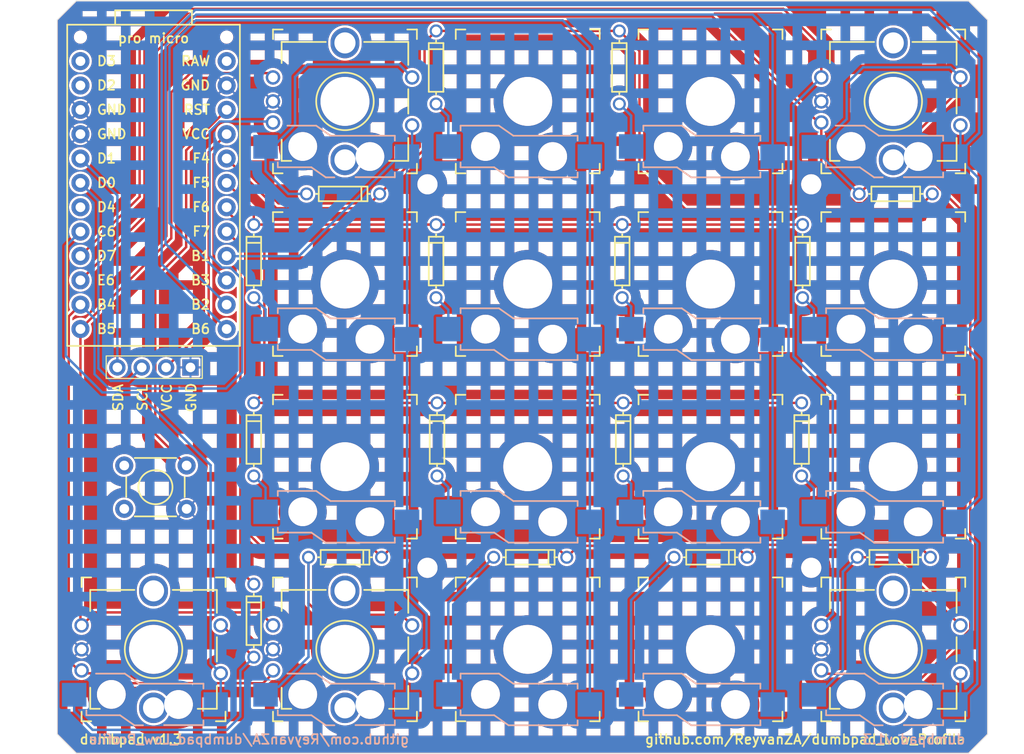
<source format=kicad_pcb>
(kicad_pcb (version 20241229) (generator "pcbnew") (generator_version "9.0")
  (layers (0 "F.Cu" signal) (2 "B.Cu" signal) (13 "F.Paste" user) (15 "B.Paste" user) (5 "F.SilkS" user "F.Silkscreen") (7 "B.SilkS" user "B.Silkscreen") (1 "F.Mask" user) (3 "B.Mask" user) (25 "Edge.Cuts" user))
  (net 0 "")
  (net 1 "GND")
  (net 2 "VCC")
  (net 3 "/NC{slash}TX{slash}D3")
  (net 4 "/NC{slash}RX{slash}D2")
  (net 5 "/ENCODER1_L1")
  (net 6 "/ENCODER1_L0")
  (net 7 "/ENCODER0_L1")
  (net 8 "/COL0")
  (net 9 "/COL1")
  (net 10 "/COL2")
  (net 11 "/COL3")
  (net 12 "/COL4")
  (net 13 "/ENCODER0_L0")
  (net 14 "/ROW3")
  (net 15 "/ROW2")
  (net 16 "/ROW1")
  (net 17 "/ROW0")
  (net 18 "/RESET")
  (net 19 "/RAW")
  (net 20 "Net-(D1-PadA)")
  (net 21 "Net-(D4-PadA)")
  (net 22 "Net-(D13-PadA)")
  (net 23 "Net-(D16-PadA)")
  (net 24 "Net-(D20-PadA)")
  (net 25 "SCL")
  (net 26 "SDA")
  (net 28 "Net-(S2-1)")
  (net 29 "Net-(S3-1)")
  (net 30 "Net-(S5-1)")
  (net 31 "Net-(S6-1)")
  (net 32 "Net-(S7-1)")
  (net 33 "Net-(S8-1)")
  (net 34 "Net-(S9-1)")
  (net 35 "Net-(S10-1)")
  (net 36 "Net-(S11-1)")
  (net 37 "Net-(S12-1)")
  (net 38 "Net-(S14-1)")
  (net 39 "Net-(S15-1)")
  (footprint "dumbpad:CHERRY-GATERON-ENCODER" (layer "F.Cu") (at 130.0011 76.2536)
    (property "Reference" "RE_0_1" (hide yes))
    (property "Value" "Val**" (hide yes))
  )
  (footprint "Gateron:Gateron_Low_Profile_Socket" (layer "F.Cu") (at 187.1511 114.3536)
    (property "Reference" "S12" (hide yes))
    (property "Value" "Gateron:Gateron_Low_Profile_Socket")
  )
  (footprint "dumbpad:CHERRY-GATERON-ENCODER" (layer "F.Cu") (at 187.1511 133.4036)
    (property "Reference" "RE_3_4" (hide yes))
    (property "Value" "Val**" (hide yes))
  )
  (footprint "Gateron:Gateron_Low_Profile_Socket" (layer "F.Cu") (at 130.0011 114.3536)
    (property "Reference" "S9" (hide yes))
    (property "Value" "Gateron:Gateron_Low_Profile_Socket")
  )
  (footprint "MountingHole:MountingHole_2.1mm" (layer "F.Cu") (at 178.6 84.9)
    (property "Reference" "MH2")
    (property "Value" "MountingHole_2.1mm")
  )
  (footprint "dumbpad:DO-1N4148" (layer "F.Cu") (at 139.5 72.71 90)
    (property "Reference" "D2" (hide yes))
    (property "Value" "DIODEDO-1N4148" (hide yes))
  )
  (footprint "Gateron:Gateron_Low_Profile_Socket" (layer "F.Cu") (at 149.0511 133.4036)
    (property "Reference" "S14" (hide yes))
    (property "Value" "Gateron:Gateron_Low_Profile_Socket")
  )
  (footprint "MountingHole:MountingHole_2.1mm" (layer "F.Cu") (at 178.6 124.9)
    (property "Reference" "MH4")
    (property "Value" "MountingHole_2.1mm")
  )
  (footprint "dumbpad:CHERRY-GATERON-ENCODER" (layer "F.Cu") (at 187.1511 76.2536)
    (property "Reference" "RE_0_4" (hide yes))
    (property "Value" "Val**" (hide yes))
  )
  (footprint "dumbpad:DO-1N4148" (layer "F.Cu") (at 158.6 72.71 90)
    (property "Reference" "D3" (hide yes))
    (property "Value" "DIODEDO-1N4148" (hide yes))
  )
  (footprint "Gateron:Gateron_Low_Profile_Socket" (layer "F.Cu") (at 168.1011 133.4036)
    (property "Reference" "S15" (hide yes))
    (property "Value" "Gateron:Gateron_Low_Profile_Socket")
  )
  (footprint "dumbpad:DO-1N4148" (layer "F.Cu") (at 129.81 85.9)
    (property "Reference" "D1" (hide yes))
    (property "Value" "DIODEDO-1N4148" (hide yes))
  )
  (footprint "dumbpad:DO-1N4148" (layer "F.Cu") (at 187.41 85.9)
    (property "Reference" "D4" (hide yes))
    (property "Value" "DIODEDO-1N4148" (hide yes))
  )
  (footprint "dumbpad:DO-1N4148" (layer "F.Cu") (at 149.31 123.8)
    (property "Reference" "D14" (hide yes))
    (property "Value" "DIODEDO-1N4148" (hide yes))
  )
  (footprint "dumbpad:TACTILE_SWITCH_PTH_6.0MM" (layer "F.Cu") (at 110.2488 116.4894 180)
    (property "Reference" "S17" (hide yes))
    (property "Value" "MOMENTARY-SWITCH-SPST-PTH-6.0MM" (hide yes))
  )
  (footprint "dumbpad:DO-1N4148" (layer "F.Cu") (at 120.5 130.41 90)
    (property "Reference" "D20" (hide yes))
    (property "Value" "DIODEDO-1N4148" (hide yes))
  )
  (footprint "dumbpad:OLED" (layer "F.Cu") (at 104.1 105.6 90)
    (property "Reference" "J1" (hide yes))
    (property "Value" "Conn_01x04_Female" (hide yes))
  )
  (footprint "MountingHole:ToolingHole_1.152mm" (layer "F.Cu") (at 102.4311 69.55)
    (property "Reference" "REF**" (hide yes))
    (property "Value" "ToolingHole_1.152mm")
  )
  (footprint "dumbpad:CHERRY-GATERON-ENCODER" (layer "F.Cu") (at 130.0011 133.4036)
    (property "Reference" "RE_3_1" (hide yes))
    (property "Value" "Val**" (hide yes))
  )
  (footprint "dumbpad:DO-1N4148" (layer "F.Cu") (at 120.5 92.91 90)
    (property "Reference" "D5" (hide yes))
    (property "Value" "DIODEDO-1N4148" (hide yes))
  )
  (footprint "dumbpad:DO-1N4148" (layer "F.Cu") (at 187.21 123.8)
    (property "Reference" "D16" (hide yes))
    (property "Value" "DIODEDO-1N4148" (hide yes))
  )
  (footprint "dumbpad:DO-1N4148" (layer "F.Cu") (at 120.5 111.51 90)
    (property "Reference" "D9" (hide yes))
    (property "Value" "DIODEDO-1N4148" (hide yes))
  )
  (footprint "dumbpad:DO-1N4148" (layer "F.Cu") (at 168.11 123.8)
    (property "Reference" "D15" (hide yes))
    (property "Value" "DIODEDO-1N4148" (hide yes))
  )
  (footprint "Gateron:Gateron_Low_Profile_Socket" (layer "F.Cu") (at 149.0511 114.3536)
    (property "Reference" "S10" (hide yes))
    (property "Value" "Gateron:Gateron_Low_Profile_Socket")
  )
  (footprint "Gateron:Gateron_Low_Profile_Socket" (layer "F.Cu") (at 168.1011 95.3036)
    (property "Reference" "S7" (hide yes))
    (property "Value" "Gateron:Gateron_Low_Profile_Socket")
  )
  (footprint "Gateron:Gateron_Low_Profile_Socket" (layer "F.Cu") (at 130.0011 95.3036)
    (property "Reference" "S5" (hide yes))
    (property "Value" "Gateron:Gateron_Low_Profile_Socket")
  )
  (footprint "MountingHole:ToolingHole_1.152mm" (layer "F.Cu") (at 117.6711 69.55)
    (property "Reference" "REF**" (hide yes))
    (property "Value" "ToolingHole_1.152mm")
  )
  (footprint "dumbpad:DO-1N4148" (layer "F.Cu") (at 177.6 111.51 90)
    (property "Reference" "D12" (hide yes))
    (property "Value" "DIODEDO-1N4148" (hide yes))
  )
  (footprint "Gateron:Gateron_Low_Profile_Socket" (layer "F.Cu") (at 168.1011 114.3536)
    (property "Reference" "S11" (hide yes))
    (property "Value" "Gateron:Gateron_Low_Profile_Socket")
  )
  (footprint "dumbpad:DO-1N4148" (layer "F.Cu") (at 139.6 111.51 90)
    (property "Reference" "D10" (hide yes))
    (property "Value" "DIODEDO-1N4148" (hide yes))
  )
  (footprint "MountingHole:MountingHole_2.1mm" (layer "F.Cu") (at 138.6 84.9)
    (property "Reference" "MH1")
    (property "Value" "MountingHole_2.1mm")
  )
  (footprint "Gateron:Gateron_Low_Profile_Socket" (layer "F.Cu") (at 187.1511 95.3036)
    (property "Reference" "S8" (hide yes))
    (property "Value" "Gateron:Gateron_Low_Profile_Socket")
  )
  (footprint "dumbpad:DO-1N4148" (layer "F.Cu") (at 159 111.51 90)
    (property "Reference" "D11" (hide yes))
    (property "Value" "DIODEDO-1N4148" (hide yes))
  )
  (footprint "Gateron:Gateron_Low_Profile_Socket" (layer "F.Cu") (at 149.0511 95.3036)
    (property "Reference" "S6" (hide yes))
    (property "Value" "Gateron:Gateron_Low_Profile_Socket")
  )
  (footprint "MountingHole:MountingHole_2.1mm" (layer "F.Cu") (at 138.6 124.9)
    (property "Reference" "MH3")
    (property "Value" "MountingHole_2.1mm")
  )
  (footprint "dumbpad:DO-1N4148" (layer "F.Cu") (at 130.01 123.8)
    (property "Reference" "D13" (hide yes))
    (property "Value" "DIODEDO-1N4148" (hide yes))
  )
  (footprint "dumbpad:SPARKFUN_PRO_MICRO" (layer "F.Cu") (at 110.0511 84.7536)
    (property "Reference" "B1" (hide yes))
    (property "Value" "SPARKFUN_PRO_MICRO" (hide yes))
  )
  (footprint "dumbpad:DO-1N4148" (layer "F.Cu") (at 139.5 92.91 90)
    (property "Reference" "D6" (hide yes))
    (property "Value" "DIODEDO-1N4148" (hide yes))
  )
  (footprint "Gateron:Gateron_Low_Profile_Socket" (layer "F.Cu") (at 168.1011 76.2536)
    (property "Reference" "S3" (hide yes))
    (property "Value" "Gateron:Gateron_Low_Profile_Socket")
  )
  (footprint "dumbpad:DO-1N4148" (layer "F.Cu") (at 158.9 92.91 90)
    (property "Reference" "D7" (hide yes))
    (property "Value" "DIODEDO-1N4148" (hide yes))
  )
  (footprint "Gateron:Gateron_Low_Profile_Socket" (layer "F.Cu") (at 149.0511 76.2536)
    (property "Reference" "S2" (hide yes))
    (property "Value" "Gateron:Gateron_Low_Profile_Socket")
  )
  (footprint "dumbpad:DO-1N4148" (layer "F.Cu") (at 177.7 92.91 90)
    (property "Reference" "D8" (hide yes))
    (property "Value" "DIODEDO-1N4148" (hide yes))
  )
  (footprint "dumbpad:CHERRY-GATERON-ENCODER" (layer "F.Cu") (at 110.0511 133.4036)
    (property "Reference" "RE_3_0" (hide yes))
    (property "Value" "Val**" (hide yes))
  )
  (gr_line (start 101.0511 68.2536) (end 106.0511 68.2536) (stroke (width 0.18)) (layer "F.SilkS"))
  (gr_line (start 106.0511 66.7536) (end 114.0511 66.7536) (stroke (width 0.18)) (layer "F.SilkS"))
  (gr_line (start 114.0511 68.2536) (end 119.0511 68.2536) (stroke (width 0.18)) (layer "F.SilkS"))
  (gr_line (start 119.0511 101.7536) (end 101.0511 101.7536) (stroke (width 0.18)) (layer "F.SilkS"))
  (gr_line (start 119.0511 68.2536) (end 119.0511 101.7536) (stroke (width 0.18)) (layer "F.SilkS"))
  (gr_line (start 114.0511 66.7536) (end 114.0511 68.2536) (stroke (width 0.18)) (layer "F.SilkS"))
  (gr_line (start 106.0511 68.2536) (end 106.0511 66.7536) (stroke (width 0.18)) (layer "F.SilkS"))
  (gr_line (start 106.0511 68.2536) (end 114.0511 68.2536) (stroke (width 0.18)) (layer "F.SilkS"))
  (gr_line (start 101.0511 101.7536) (end 101.0511 68.2536) (stroke (width 0.18)) (layer "F.SilkS"))
  (gr_line (start 197.0011 67.7536) (end 195.0011 65.7536) (stroke (width 0.05)) (layer "Edge.Cuts"))
  (gr_line (start 102.0011 65.7536) (end 100.0011 67.7536) (stroke (width 0.05)) (layer "Edge.Cuts"))
  (gr_line (start 195.0011 144.2536) (end 197.0011 142.2536) (stroke (width 0.05)) (layer "Edge.Cuts"))
  (gr_line (start 195.0011 65.7536) (end 102.0011 65.7536) (stroke (width 0.05)) (layer "Edge.Cuts"))
  (gr_line (start 197.0011 142.2536) (end 197.0011 67.7536) (stroke (width 0.05)) (layer "Edge.Cuts"))
  (gr_line (start 100.0011 142.2536) (end 102.0011 144.2536) (stroke (width 0.05)) (layer "Edge.Cuts"))
  (gr_line (start 102.0011 144.2536) (end 195.0011 144.2536) (stroke (width 0.05)) (layer "Edge.Cuts"))
  (gr_line (start 100.0011 67.7536) (end 100.0011 142.2536) (stroke (width 0.05)) (layer "Edge.Cuts"))
  (gr_text "dumbpad v1.3" (at 102.2511 143.3786 0) (layer "F.SilkS") (effects (font (size 1 1) (thickness 0.18)) (justify left bottom)))
  (gr_text "D7" (at 104.0511 92.3636 0) (layer "F.SilkS") (effects (font (size 1 1) (thickness 0.18)) (justify left)))
  (gr_text "GND" (at 104.0511 79.6636 0) (layer "F.SilkS") (effects (font (size 1 1) (thickness 0.18)) (justify left)))
  (gr_text "C6" (at 104.0511 89.8236 0) (layer "F.SilkS") (effects (font (size 1 1) (thickness 0.18)) (justify left)))
  (gr_text "F7" (at 116.0511 89.8236 0) (layer "F.SilkS") (effects (font (size 1 1) (thickness 0.18)) (justify right)))
  (gr_text "B6" (at 116.0511 99.9836 0) (layer "F.SilkS") (effects (font (size 1 1) (thickness 0.18)) (justify right)))
  (gr_text "D1" (at 104.0511 82.2036 0) (layer "F.SilkS") (effects (font (size 1 1) (thickness 0.18)) (justify left)))
  (gr_text "B1" (at 116.0511 92.3636 0) (layer "F.SilkS") (effects (font (size 1 1) (thickness 0.18)) (justify right)))
  (gr_text "B2" (at 116.0511 97.4436 0) (layer "F.SilkS") (effects (font (size 1 1) (thickness 0.18)) (justify right)))
  (gr_text "D2" (at 104.0511 74.5836 0) (layer "F.SilkS") (effects (font (size 1 1) (thickness 0.18)) (justify left)))
  (gr_text "D4" (at 104.0511 87.2836 0) (layer "F.SilkS") (effects (font (size 1 1) (thickness 0.18)) (justify left)))
  (gr_text "F6" (at 116.0511 87.2836 0) (layer "F.SilkS") (effects (font (size 1 1) (thickness 0.18)) (justify right)))
  (gr_text "B3" (at 116.0511 94.9036 0) (layer "F.SilkS") (effects (font (size 1 1) (thickness 0.18)) (justify right)))
  (gr_text "VCC" (at 111.44 107.150001 90) (layer "F.SilkS") (effects (font (size 1 1) (thickness 0.18))))
  (gr_text "SDA" (at 106.36 107.15 90) (layer "F.SilkS") (effects (font (size 1 1) (thickness 0.18))))
  (gr_text "D3" (at 104.0511 72.0436 0) (layer "F.SilkS") (effects (font (size 1 1) (thickness 0.18)) (justify left)))
  (gr_text "B5" (at 104.0511 99.9836 0) (layer "F.SilkS") (effects (font (size 1 1) (thickness 0.18)) (justify left)))
  (gr_text "pro micro" (at 110.0511 70.2536 0) (layer "F.SilkS") (effects (font (size 1 1) (thickness 0.18)) (justify bottom)))
  (gr_text "E6" (at 104.0511 94.9036 0) (layer "F.SilkS") (effects (font (size 1 1) (thickness 0.18)) (justify left)))
  (gr_text "D0" (at 104.0511 84.7436 0) (layer "F.SilkS") (effects (font (size 1 1) (thickness 0.18)) (justify left)))
  (gr_text "RAW" (at 116.0511 72.0436 0) (layer "F.SilkS") (effects (font (size 1 1) (thickness 0.18)) (justify right)))
  (gr_text "RST" (at 116.0511 77.1236 0) (layer "F.SilkS") (effects (font (size 1 1) (thickness 0.18)) (justify right)))
  (gr_text "github.com/ReyvanZA/dumbpad_Low_Profile" (at 194.7511 143.3786 0) (layer "F.SilkS") (effects (font (size 1 1) (thickness 0.18)) (justify right bottom)))
  (gr_text "GND" (at 113.98 107.15 90) (layer "F.SilkS") (effects (font (size 1 1) (thickness 0.18))))
  (gr_text "VCC" (at 116.0511 79.6636 0) (layer "F.SilkS") (effects (font (size 1 1) (thickness 0.18)) (justify right)))
  (gr_text "F5" (at 116.0511 84.7436 0) (layer "F.SilkS") (effects (font (size 1 1) (thickness 0.18)) (justify right)))
  (gr_text "B4" (at 104.0511 97.4436 0) (layer "F.SilkS") (effects (font (size 1 1) (thickness 0.18)) (justify left)))
  (gr_text "GND" (at 116.0511 74.5836 0) (layer "F.SilkS") (effects (font (size 1 1) (thickness 0.18)) (justify right)))
  (gr_text "F4" (at 116.0511 82.2036 0) (layer "F.SilkS") (effects (font (size 1 1) (thickness 0.18)) (justify right)))
  (gr_text "GND" (at 104.0511 77.1236 0) (layer "F.SilkS") (effects (font (size 1 1) (thickness 0.18)) (justify left)))
  (gr_text "SCL" (at 108.9 107.15 90) (layer "F.SilkS") (effects (font (size 1 1) (thickness 0.18))))
  (gr_text "github.com/ReyvanZA/dumbpad_Low_Profile" (at 103.2 143.3786 0) (layer "B.SilkS") (effects (font (size 1 1) (thickness 0.18)) (justify right bottom mirror)))
  (gr_text "dumbpad v1.3" (at 194.7511 143.3786 0) (layer "B.SilkS") (effects (font (size 1 1) (thickness 0.18)) (justify left bottom mirror)))
  (segment (start 115.8 99.56) (end 115.8 81.5447) (width 0.25) (layer "F.Cu") (net 2))
  (segment (start 111.36 104) (end 115.8 99.56) (width 0.25) (layer "F.Cu") (net 2))
  (segment (start 115.8 81.5447) (end 117.6711 79.6736) (width 0.25) (layer "F.Cu") (net 2))
  (segment (start 175.7 66.6) (end 112.6 66.6) (width 0.25) (layer "F.Cu") (net 5))
  (segment (start 112.6 66.6) (end 108.6 70.6) (width 0.25) (layer "F.Cu") (net 5))
  (segment (start 108.6 86.2047) (end 102.4311 92.3736) (width 0.25) (layer "F.Cu") (net 5))
  (segment (start 179.6511 73.7536) (end 179.6511 70.5511) (width 0.25) (layer "F.Cu") (net 5))
  (segment (start 179.6511 70.5511) (end 175.7 66.6) (width 0.25) (layer "F.Cu") (net 5))
  (segment (start 108.6 70.6) (end 108.6 86.2047) (width 0.25) (layer "F.Cu") (net 5))
  (segment (start 176.7466 102.8466) (end 180.85 106.95) (width 0.25) (layer "B.Cu") (net 5))
  (segment (start 179.6511 73.7536) (end 176.7466 76.6581) (width 0.25) (layer "B.Cu") (net 5))
  (segment (start 180.85 106.95) (end 180.85 129.7047) (width 0.25) (layer "B.Cu") (net 5))
  (segment (start 180.85 129.7047) (end 179.6511 130.9036) (width 0.25) (layer "B.Cu") (net 5))
  (segment (start 176.7466 76.6581) (end 176.7466 102.8466) (width 0.25) (layer "B.Cu") (net 5))
  (segment (start 110.2 87.1447) (end 102.4311 94.9136) (width 0.25) (layer "F.Cu") (net 6))
  (segment (start 195.1795 88.511188) (end 191.568312 84.9) (width 0.25) (layer "F.Cu") (net 6))
  (segment (start 191.568312 84.9) (end 185.948312 84.9) (width 0.25) (layer "F.Cu") (net 6))
  (segment (start 189.909078 136.6) (end 195.1795 131.329578) (width 0.25) (layer "F.Cu") (net 6))
  (segment (start 179.6511 83.299412) (end 179.6511 78.7536) (width 0.25) (layer "F.Cu") (net 6))
  (segment (start 183.205088 86.8534) (end 179.6511 83.299412) (width 0.25) (layer "F.Cu") (net 6))
  (segment (start 195.1795 131.329578) (end 195.1795 88.511188) (width 0.25) (layer "F.Cu") (net 6))
  (segment (start 114 67.4) (end 110.2 71.2) (width 0.25) (layer "F.Cu") (net 6))
  (segment (start 168.2975 67.4) (end 114 67.4) (width 0.25) (layer "F.Cu") (net 6))
  (segment (start 184.7 136.6) (end 189.909078 136.6) (width 0.25) (layer "F.Cu") (net 6))
  (segment (start 183.994912 86.8534) (end 183.205088 86.8534) (width 0.25) (layer "F.Cu") (net 6))
  (segment (start 110.2 71.2) (end 110.2 87.1447) (width 0.25) (layer "F.Cu") (net 6))
  (segment (start 179.6511 78.7536) (end 168.2975 67.4) (width 0.25) (layer "F.Cu") (net 6))
  (segment (start 184.05 135.95) (end 184.7 136.6) (width 0.25) (layer "F.Cu") (net 6))
  (segment (start 179.6511 135.9036) (end 179.6975 135.95) (width 0.25) (layer "F.Cu") (net 6))
  (segment (start 185.948312 84.9) (end 183.994912 86.8534) (width 0.25) (layer "F.Cu") (net 6))
  (segment (start 179.6975 135.95) (end 184.05 135.95) (width 0.25) (layer "F.Cu") (net 6))
  (segment (start 122.0475 73.3) (end 122.5011 73.7536) (width 0.25) (layer "F.Cu") (net 7))
  (segment (start 102.4311 130.7836) (end 102.5511 130.9036) (width 0.25) (layer "F.Cu") (net 7))
  (segment (start 102.4311 99.9936) (end 111.9 90.5247) (width 0.25) (layer "F.Cu") (net 7))
  (segment (start 103.95 129.55) (end 121.1475 129.55) (width 0.25) (layer "F.Cu") (net 7))
  (segment (start 102.5964 130.9036) (end 103.95 129.55) (width 0.25) (layer "F.Cu") (net 7))
  (segment (start 111.9 75.3) (end 113.9 73.3) (width 0.25) (layer "F.Cu") (net 7))
  (segment (start 102.4311 100.0311) (end 102.6 100.2) (width 0.25) (layer "F.Cu") (net 7))
  (segment (start 113.9 73.3) (end 122.0475 73.3) (width 0.25) (layer "F.Cu") (net 7))
  (segment (start 102.5511 130.9036) (end 102.5964 130.9036) (width 0.25) (layer "F.Cu") (net 7))
  (segment (start 102.4311 99.9936) (end 102.4311 130.7836) (width 0.25) (layer "F.Cu") (net 7))
  (segment (start 102.4311 99.9936) (end 102.4311 100.0311) (width 0.25) (layer "F.Cu") (net 7))
  (segment (start 111.9 90.5247) (end 111.9 75.3) (width 0.25) (layer "F.Cu") (net 7))
  (segment (start 121.1475 129.55) (end 122.5011 130.9036) (width 0.25) (layer "F.Cu") (net 7))
  (segment (start 108.4034 106.6034) (end 104.7034 106.6034) (width 0.25) (layer "B.Cu") (net 8))
  (segment (start 116.5261 139.1536) (end 116 138.6275) (width 0.25) (layer "B.Cu") (net 8))
  (segment (start 117.0511 135.9036) (end 116 134.8525) (width 0.25) (layer "B.Cu") (net 8))
  (segment (start 117.0511 135.9036) (end 117.0511 138.6286) (width 0.25) (layer "B.Cu") (net 8))
  (segment (start 104.7034 106.6034) (end 100.9 102.8) (width 0.25) (layer "B.Cu") (net 8))
  (segment (start 100.9 102.8) (end 100.9 91.3647) (width 0.25) (layer "B.Cu") (net 8))
  (segment (start 116 114.2) (end 108.4034 106.6034) (width 0.25) (layer "B.Cu") (net 8))
  (segment (start 116 134.8525) (end 116 114.2) (width 0.25) (layer "B.Cu") (net 8))
  (segment (start 100.9 91.3647) (end 102.4311 89.8336) (width 0.25) (layer "B.Cu") (net 8))
  (segment (start 117.0511 138.6286) (end 116.5261 139.1536) (width 0.25) (layer "B.Cu") (net 8))
  (segment (start 137.0011 134.7989) (end 138.5 133.3) (width 0.25) (layer "B.Cu") (net 9))
  (segment (start 136.4761 101.0536) (end 136.4761 120.1036) (width 0.25) (layer "B.Cu") (net 9))
  (segment (start 137.0011 81.4786) (end 136.4761 82.0036) (width 0.25) (layer "B.Cu") (net 9))
  (segment (start 136.4761 82.0036) (end 136.4761 101.0536) (width 0.25) (layer "B.Cu") (net 9))
  (segment (start 117.6975 92.4) (end 125.2 92.4) (width 0.25) (layer "B.Cu") (net 9))
  (segment (start 125.2 92.4) (end 135.5964 82.0036) (width 0.25) (layer "B.Cu") (net 9))
  (segment (start 137.0011 78.7536) (end 137.0011 81.4786) (width 0.25) (layer "B.Cu") (net 9))
  (segment (start 135.5964 82.0036) (end 136.4761 82.0036) (width 0.25) (layer "B.Cu") (net 9))
  (segment (start 117.6711 92.3736) (end 117.6975 92.4) (width 0.25) (layer "B.Cu") (net 9))
  (segment (start 136.4761 127.6761) (end 136.4761 120.1036) (width 0.25) (layer "B.Cu") (net 9))
  (segment (start 136.4761 136.4286) (end 137.0011 135.9036) (width 0.25) (layer "B.Cu") (net 9))
  (segment (start 137.0011 135.9036) (end 137.0011 134.7989) (width 0.25) (layer "B.Cu") (net 9))
  (segment (start 136.4761 139.1536) (end 136.4761 136.4286) (width 0.25) (layer "B.Cu") (net 9))
  (segment (start 138.5 133.3) (end 138.5 129.7) (width 0.25) (layer "B.Cu") (net 9))
  (segment (start 138.5 129.7) (end 136.4761 127.6761) (width 0.25) (layer "B.Cu") (net 9))
  (segment (start 111.7068 71.363694) (end 111.7068 70.563694) (width 0.25) (layer "B.Cu") (net 10))
  (segment (start 111.7034 88.9459) (end 111.7034 71.367094) (width 0.25) (layer "B.Cu") (net 10))
  (segment (start 155.5261 70.6261) (end 155.5261 82.0036) (width 0.25) (layer "B.Cu") (net 10))
  (segment (start 155.5261 120.1036) (end 155.5261 101.0536) (width 0.25) (layer "B.Cu") (net 10))
  (segment (start 111.7068 70.563694) (end 114.470494 67.8) (width 0.25) (layer "B.Cu") (net 10))
  (segment (start 155.5261 101.0536) (end 155.5261 82.0036) (width 0.25) (layer "B.Cu") (net 10))
  (segment (start 152.7 67.8) (end 155.5261 70.6261) (width 0.25) (layer "B.Cu") (net 10))
  (segment (start 111.7034 71.367094) (end 111.7068 71.363694) (width 0.25) (layer "B.Cu") (net 10))
  (segment (start 114.470494 67.8) (end 152.7 67.8) (width 0.25) (layer "B.Cu") (net 10))
  (segment (start 117.6711 94.9136) (end 111.7034 88.9459) (width 0.25) (layer "B.Cu") (net 10))
  (segment (start 155.5261 139.1536) (end 155.5261 120.1036) (width 0.25) (layer "B.Cu") (net 10))
  (segment (start 114.5 67.2) (end 172.5 67.2) (width 0.25) (layer "B.Cu") (net 11))
  (segment (start 174.5761 69.3239) (end 174.5761 82.0036) (width 0.25) (layer "B.Cu") (net 11))
  (segment (start 111.3 91.0825) (end 111.3 71.2) (width 0.25) (layer "B.Cu") (net 11))
  (segment (start 174.6 69.3) (end 174.5761 69.3239) (width 0.25) (layer "B.Cu") (net 11))
  (segment (start 174.5761 120.1036) (end 174.5761 101.0536) (width 0.25) (layer "B.Cu") (net 11))
  (segment (start 111.3034 70.3966) (end 114.5 67.2) (width 0.25) (layer "B.Cu") (net 11))
  (segment (start 174.5761 139.2761) (end 174.5761 120.1036) (width 0.25) (layer "B.Cu") (net 11))
  (segment (start 172.5 67.2) (end 174.6 69.3) (width 0.25) (layer "B.Cu") (net 11))
  (segment (start 174.5761 101.0536) (end 174.5761 82.0036) (width 0.25) (layer "B.Cu") (net 11))
  (segment (start 117.6711 97.4536) (end 111.3 91.0825) (width 0.25) (layer "B.Cu") (net 11))
  (segment (start 111.3 71.2) (end 111.3034 71.1966) (width 0.25) (layer "B.Cu") (net 11))
  (segment (start 174.5761 139.1536) (end 174.5761 139.2761) (width 0.25) (layer "B.Cu") (net 11))
  (segment (start 111.3034 71.1966) (end 111.3034 70.3966) (width 0.25) (layer "B.Cu") (net 11))
  (segment (start 174.5761 139.2761) (end 174.8 139.5) (width 0.25) (layer "B.Cu") (net 11))
  (segment (start 110.9 71.029506) (end 110.9 70.2) (width 0.25) (layer "B.Cu") (net 12))
  (segment (start 195.9 137) (end 195.9 122.3775) (width 0.25) (layer "B.Cu") (net 12))
  (segment (start 110.9 93.2225) (end 110.9 91.252994) (width 0.25) (layer "B.Cu") (net 12))
  (segment (start 193.8036 82.0036) (end 193.6261 82.0036) (width 0.25) (layer "B.Cu") (net 12))
  (segment (start 110.9 91.252994) (end 110.8966 91.249594) (width 0.25) (layer "B.Cu") (net 12))
  (segment (start 110.8966 71.032906) (end 110.9 71.029506) (width 0.25) (layer "B.Cu") (net 12))
  (segment (start 196.1 71.8) (end 196.1 79.5297) (width 0.25) (layer "B.Cu") (net 12))
  (segment (start 193.6261 120.1036) (end 193.6261 119.9739) (width 0.25) (layer "B.Cu") (net 12))
  (segment (start 191 66.7) (end 196.1 71.8) (width 0.25) (layer "B.Cu") (net 12))
  (segment (start 114.4 66.7) (end 191 66.7) (width 0.25) (layer "B.Cu") (net 12))
  (segment (start 194.1511 135.9036) (end 194.1511 138.6286) (width 0.25) (layer "B.Cu") (net 12))
  (segment (start 196 99) (end 196 84.2) (width 0.25) (layer "B.Cu") (net 12))
  (segment (start 193.6261 82.0036) (end 193.6261 81.8739) (width 0.25) (layer "B.Cu") (net 12))
  (segment (start 193.6261 101.0536) (end 193.9464 101.0536) (width 0.25) (layer "B.Cu") (net 12))
  (segment (start 196 84.2) (end 193.8036 82.0036) (width 0.25) (layer "B.Cu") (net 12))
  (segment (start 117.6711 99.9936) (end 110.9 93.2225) (width 0.25) (layer "B.Cu") (net 12))
  (segment (start 193.6261 81.8739) (end 194.1511 81.3489) (width 0.25) (layer "B.Cu") (net 12))
  (segment (start 194.1511 81.3489) (end 194.1511 78.7536) (width 0.25) (layer "B.Cu") (net 12))
  (segment (start 193.9536 101.0536) (end 193.6261 101.0536) (width 0.25) (layer "B.Cu") (net 12))
  (segment (start 196.1 103.2) (end 193.9536 101.0536) (width 0.25) (layer "B.Cu") (net 12))
  (segment (start 194.1511 138.6286) (end 193.6261 139.1536) (width 0.25) (layer "B.Cu") (net 12))
  (segment (start 193.6261 119.9739) (end 196.1 117.5) (width 0.25) (layer "B.Cu") (net 12))
  (segment (start 196.1 117.5) (end 196.1 103.2) (width 0.25) (layer "B.Cu") (net 12))
  (segment (start 193.9464 101.0536) (end 196 99) (width 0.25) (layer "B.Cu") (net 12))
  (segment (start 193.6261 139.1536) (end 193.7464 139.1536) (width 0.25) (layer "B.Cu") (net 12))
  (segment (start 110.9 70.2) (end 114.4 66.7) (width 0.25) (layer "B.Cu") (net 12))
  (segment (start 110.8966 91.249594) (end 110.8966 71.032906) (width 0.25) (layer "B.Cu") (net 12))
  (segment (start 196.1 79.5297) (end 193.6261 82.0036) (width 0.25) (layer "B.Cu") (net 12))
  (segment (start 193.7464 139.1536) (end 195.9 137) (width 0.25) (layer "B.Cu") (net 12))
  (segment (start 195.9 122.3775) (end 193.6261 120.1036) (width 0.25) (layer "B.Cu") (net 12))
  (segment (start 122.5011 135.9036) (end 121.4727 136.932) (width 0.25) (layer "F.Cu") (net 13))
  (segment (start 107.432 136.932) (end 106.4036 135.9036) (width 0.25) (layer "F.Cu") (net 13))
  (segment (start 101.2129 134.5654) (end 101.2129 98.6718) (width 0.25) (layer "F.Cu") (net 13))
  (segment (start 101.2129 98.6718) (end 102.4311 97.4536) (width 0.25) (layer "F.Cu") (net 13))
  (segment (start 106.4036 135.9036) (end 102.5511 135.9036) (width 0.25) (layer "F.Cu") (net 13))
  (segment (start 121.4727 136.932) (end 107.432 136.932) (width 0.25) (layer "F.Cu") (net 13))
  (segment (start 102.5511 135.9036) (end 101.2129 134.5654) (width 0.25) (layer "F.Cu") (net 13))
  (segment (start 119.3 94.819705) (end 118.072095 93.5918) (width 0.25) (layer "B.Cu") (net 13))
  (segment (start 115.9 79.4) (end 116.9482 78.3518) (width 0.25) (layer "B.Cu") (net 13))
  (segment (start 102.4311 97.4536) (end 103.9 98.9225) (width 0.25) (layer "B.Cu") (net 13))
  (segment (start 117.6 106.2) (end 119.3 104.5) (width 0.25) (layer "B.Cu") (net 13))
  (segment (start 103.9 98.9225) (end 103.9 104.7) (width 0.25) (layer "B.Cu") (net 13))
  (segment (start 103.9 104.7) (end 105.4 106.2) (width 0.25) (layer "B.Cu") (net 13))
  (segment (start 122.0993 78.3518) (end 122.5011 78.7536) (width 0.25) (layer "B.Cu") (net 13))
  (segment (start 119.3 104.5) (end 119.3 94.819705) (width 0.25) (layer "B.Cu") (net 13))
  (segment (start 117.166505 93.5918) (end 115.9 92.325295) (width 0.25) (layer "B.Cu") (net 13))
  (segment (start 118.072095 93.5918) (end 117.166505 93.5918) (width 0.25) (layer "B.Cu") (net 13))
  (segment (start 115.9 92.325295) (end 115.9 79.4) (width 0.25) (layer "B.Cu") (net 13))
  (segment (start 105.4 106.2) (end 117.6 106.2) (width 0.25) (layer "B.Cu") (net 13))
  (segment (start 116.9482 78.3518) (end 122.0993 78.3518) (width 0.25) (layer "B.Cu") (net 13))
  (segment (start 121.2 122.6) (end 119.1 120.5) (width 0.25) (layer "F.Cu") (net 14))
  (segment (start 132.62 122.6) (end 121.2 122.6) (width 0.25) (layer "F.Cu") (net 14))
  (segment (start 151.92 122.6) (end 135.02 122.6) (width 0.25) (layer "F.Cu") (net 14))
  (segment (start 119.1 125.2) (end 119.1 91.2625) (width 0.25) (layer "F.Cu") (net 14))
  (segment (start 191.02 123.8) (end 189.72 122.5) (width 0.25) (layer "F.Cu") (net 14))
  (segment (start 170.72 122.6) (end 154.32 122.6) (width 0.25) (layer "F.Cu") (net 14))
  (segment (start 153.12 123.8) (end 151.92 122.6) (width 0.25) (layer "F.Cu") (net 14))
  (segment (start 171.92 123.8) (end 170.72 122.6) (width 0.25) (layer "F.Cu") (net 14))
  (segment (start 135.02 122.6) (end 133.82 123.8) (width 0.25) (layer "F.Cu") (net 14))
  (segment (start 133.82 123.8) (end 132.62 122.6) (width 0.25) (layer "F.Cu") (net 14))
  (segment (start 189.72 122.5) (end 173.22 122.5) (width 0.25) (layer "F.Cu") (net 14))
  (segment (start 119.1 91.2625) (end 117.6711 89.8336) (width 0.25) (layer "F.Cu") (net 14))
  (segment (start 120.5 126.6) (end 119.1 125.2) (width 0.25) (layer "F.Cu") (net 14))
  (segment (start 154.32 122.6) (end 153.12 123.8) (width 0.25) (layer "F.Cu") (net 14))
  (segment (start 173.22 122.5) (end 171.92 123.8) (width 0.25) (layer "F.Cu") (net 14))
  (segment (start 121.6 91.6) (end 117.6711 87.6711) (width 0.25) (layer "F.Cu") (net 15))
  (segment (start 121.6 106.6) (end 121.6 91.6) (width 0.25) (layer "F.Cu") (net 15))
  (segment (start 177.6 107.7) (end 159 107.7) (width 0.25) (layer "F.Cu") (net 15))
  (segment (start 117.6711 87.6711) (end 117.6711 87.2936) (width 0.25) (layer "F.Cu") (net 15))
  (segment (start 120.5 107.7) (end 121.6 106.6) (width 0.25) (layer "F.Cu") (net 15))
  (segment (start 139.6 107.7) (end 120.5 107.7) (width 0.25) (layer "F.Cu") (net 15))
  (segment (start 139.6 107.7) (end 159 107.7) (width 0.25) (layer "F.Cu") (net 15))
  (segment (start 120.5 87.5825) (end 117.6711 84.7536) (width 0.25) (layer "F.Cu") (net 16))
  (segment (start 158.9 89.1) (end 177.7 89.1) (width 0.25) (layer "F.Cu") (net 16))
  (segment (start 120.5 89.1) (end 139.5 89.1) (width 0.25) (layer "F.Cu") (net 16))
  (segment (start 120.5 89.1) (end 120.5 87.5825) (width 0.25) (layer "F.Cu") (net 16))
  (segment (start 139.5 89.1) (end 158.9 89.1) (width 0.25) (layer "F.Cu") (net 16))
  (segment (start 133.62 85.9) (end 138.3 81.22) (width 0.25) (layer "F.Cu") (net 17))
  (segment (start 160.7 82.7) (end 160.7 71) (width 0.25) (layer "F.Cu") (net 17))
  (segment (start 138.3 70.1) (end 139.5 68.9) (width 0.25) (layer "F.Cu") (net 17))
  (segment (start 132.12 87.4) (end 122.8575 87.4) (width 0.25) (layer "F.Cu") (net 17))
  (segment (start 165.5 87.5) (end 160.7 82.7) (width 0.25) (layer "F.Cu") (net 17))
  (segment (start 191.22 85.9) (end 189.62 87.5) (width 0.25) (layer "F.Cu") (net 17))
  (segment (start 189.62 87.5) (end 165.5 87.5) (width 0.25) (layer "F.Cu") (net 17))
  (segment (start 160.7 71) (end 158.6 68.9) (width 0.25) (layer "F.Cu") (net 17))
  (segment (start 158.6 68.9) (end 139.5 68.9) (width 0.25) (layer "F.Cu") (net 17))
  (segment (start 122.8575 87.4) (end 117.6711 82.2136) (width 0.25) (layer "F.Cu") (net 17))
  (segment (start 138.3 81.22) (end 138.3 70.1) (width 0.25) (layer "F.Cu") (net 17))
  (segment (start 133.62 85.9) (end 132.12 87.4) (width 0.25) (layer "F.Cu") (net 17))
  (segment (start 113.5 114.2288) (end 110.2316 110.9604) (width 0.25) (layer "F.Cu") (net 18))
  (segment (start 110.2316 94.6684) (end 113.45 91.45) (width 0.25) (layer "F.Cu") (net 18))
  (segment (start 113.45 91.45) (end 113.45 81.3547) (width 0.25) (layer "F.Cu") (net 18))
  (segment (start 110.2316 110.9604) (end 110.2316 94.6684) (width 0.25) (layer "F.Cu") (net 18))
  (segment (start 113.45 81.3547) (end 117.6711 77.1336) (width 0.25) (layer "F.Cu") (net 18))
  (segment (start 121.7261 80.9536) (end 122.5464 80.9536) (width 0.25) (layer "B.Cu") (net 20))
  (segment (start 126.1 72.4) (end 135.6475 72.4) (width 0.25) (layer "B.Cu") (net 20))
  (segment (start 124.8 78.7) (end 124.8 73.7) (width 0.25) (layer "B.Cu") (net 20))
  (segment (start 124.8 73.7) (end 126.1 72.4) (width 0.25) (layer "B.Cu") (net 20))
  (segment (start 135.6475 72.4) (end 137.0011 73.7536) (width 0.25) (layer "B.Cu") (net 20))
  (segment (start 124.1 85.9) (end 126 85.9) (width 0.25) (layer "B.Cu") (net 20))
  (segment (start 121.7261 80.9536) (end 121.7261 83.5261) (width 0.25) (layer "B.Cu") (net 20))
  (segment (start 121.7261 83.5261) (end 124.1 85.9) (width 0.25) (layer "B.Cu") (net 20))
  (segment (start 122.5464 80.9536) (end 124.8 78.7) (width 0.25) (layer "B.Cu") (net 20))
  (segment (start 189.2 79.9) (end 185.7 79.9) (width 0.25) (layer "F.Cu") (net 21))
  (segment (start 194.1511 74.9489) (end 189.2 79.9) (width 0.25) (layer "F.Cu") (net 21))
  (segment (start 185.7 79.9) (end 184.8 80.8) (width 0.25) (layer "F.Cu") (net 21))
  (segment (start 184.8 84.7) (end 183.6 85.9) (width 0.25) (layer "F.Cu") (net 21))
  (segment (start 194.1511 73.7536) (end 194.1511 74.9489) (width 0.25) (layer "F.Cu") (net 21))
  (segment (start 184.8 80.8) (end 184.8 84.7) (width 0.25) (layer "F.Cu") (net 21))
  (segment (start 184 72.7) (end 193.0975 72.7) (width 0.25) (layer "B.Cu") (net 21))
  (segment (start 179.4464 80.9536) (end 182.3 78.1) (width 0.25) (layer "B.Cu") (net 21))
  (segment (start 178.8761 80.9536) (end 178.8761 81.1761) (width 0.25) (layer "B.Cu") (net 21))
  (segment (start 182.3 74.4) (end 184 72.7) (width 0.25) (layer "B.Cu") (net 21))
  (segment (start 178.8761 80.9536) (end 179.4464 80.9536) (width 0.25) (layer "B.Cu") (net 21))
  (segment (start 178.8761 81.1761) (end 183.6 85.9) (width 0.25) (layer "B.Cu") (net 21))
  (segment (start 193.0975 72.7) (end 194.1511 73.7536) (width 0.25) (layer "B.Cu") (net 21))
  (segment (start 182.3 78.1) (end 182.3 74.4) (width 0.25) (layer "B.Cu") (net 21))
  (segment (start 127.4 129.8) (end 135.8975 129.8) (width 0.25) (layer "F.Cu") (net 22))
  (segment (start 126.2 123.8) (end 126.2 128.6) (width 0.25) (layer "F.Cu") (net 22))
  (segment (start 126.2 128.6) (end 127.4 129.8) (width 0.25) (layer "F.Cu") (net 22))
  (segment (start 135.8975 129.8) (end 137.0011 130.9036) (width 0.25) (layer "F.Cu") (net 22))
  (segment (start 122.5297 137.3) (end 123.1 137.3) (width 0.25) (layer "B.Cu") (net 22))
  (segment (start 121.7261 138.1036) (end 122.5297 137.3) (width 0.25) (layer "B.Cu") (net 22))
  (segment (start 126.2 134.2) (end 126.2 123.8) (width 0.25) (layer "B.Cu") (net 22))
  (segment (start 123.1 137.3) (end 126.2 134.2) (width 0.25) (layer "B.Cu") (net 22))
  (segment (start 194.1511 130.9036) (end 187.0475 123.8) (width 0.25) (layer "F.Cu") (net 23))
  (segment (start 187.0475 123.8) (end 183.4 123.8) (width 0.25) (layer "F.Cu") (net 23))
  (segment (start 179.3964 138.1036) (end 181.9 135.6) (width 0.25) (layer "B.Cu") (net 23))
  (segment (start 181.9 125.3) (end 183.4 123.8) (width 0.25) (layer "B.Cu") (net 23))
  (segment (start 178.8761 138.1036) (end 179.3964 138.1036) (width 0.25) (layer "B.Cu") (net 23))
  (segment (start 181.9 135.6) (end 181.9 125.3) (width 0.25) (layer "B.Cu") (net 23))
  (segment (start 120.5 134.22) (end 117.1836 130.9036) (width 0.25) (layer "F.Cu") (net 24))
  (segment (start 117.1836 130.9036) (end 117.0511 130.9036) (width 0.25) (layer "F.Cu") (net 24))
  (segment (start 119.1 140.4) (end 119.1 135.62) (width 0.25) (layer "B.Cu") (net 24))
  (segment (start 117.7 141.8) (end 119.1 140.4) (width 0.25) (layer "B.Cu") (net 24))
  (segment (start 119.1 135.62) (end 120.5 134.22) (width 0.25) (layer "B.Cu") (net 24))
  (segment (start 103.7 141.8) (end 117.7 141.8) (width 0.25) (layer "B.Cu") (net 24))
  (segment (start 101.7761 138.1036) (end 101.7761 139.8761) (width 0.25) (layer "B.Cu") (net 24))
  (segment (start 101.7761 139.8761) (end 103.7 141.8) (width 0.25) (layer "B.Cu") (net 24))
  (segment (start 104.3034 86.6259) (end 102.4311 84.7536) (width 0.25) (layer "B.Cu") (net 25))
  (segment (start 105.6 105.4) (end 104.3034 104.1034) (width 0.25) (layer "B.Cu") (net 25))
  (segment (start 104.3034 104.1034) (end 104.3034 86.6259) (width 0.25) (layer "B.Cu") (net 25))
  (segment (start 107.42 105.4) (end 105.6 105.4) (width 0.25) (layer "B.Cu") (net 25))
  (segment (start 108.82 104) (end 107.42 105.4) (width 0.25) (layer "B.Cu") (net 25))
  (segment (start 106.28 86.0625) (end 102.4311 82.2136) (width 0.25) (layer "B.Cu") (net 26))
  (segment (start 106.28 104) (end 106.28 86.0625) (width 0.25) (layer "B.Cu") (net 26))
  (segment (start 140.7761 77.7961) (end 139.5 76.52) (width 0.25) (layer "B.Cu") (net 28))
  (segment (start 140.7761 80.9536) (end 140.7761 77.7961) (width 0.25) (layer "B.Cu") (net 28))
  (segment (start 159.8261 77.7461) (end 158.6 76.52) (width 0.25) (layer "B.Cu") (net 29))
  (segment (start 159.8261 80.9536) (end 159.8261 77.7461) (width 0.25) (layer "B.Cu") (net 29))
  (segment (start 121.7261 100.0036) (end 121.7261 97.9461) (width 0.25) (layer "B.Cu") (net 30))
  (segment (start 121.7261 97.9461) (end 120.5 96.72) (width 0.25) (layer "B.Cu") (net 30))
  (segment (start 140.7761 97.9961) (end 139.5 96.72) (width 0.25) (layer "B.Cu") (net 31))
  (segment (start 140.7761 100.0036) (end 140.7761 97.9961) (width 0.25) (layer "B.Cu") (net 31))
  (segment (start 159.8261 97.6461) (end 158.9 96.72) (width 0.25) (layer "B.Cu") (net 32))
  (segment (start 159.8261 100.0036) (end 159.8261 97.6461) (width 0.25) (layer "B.Cu") (net 32))
  (segment (start 178.8761 100.0036) (end 178.8761 97.8961) (width 0.25) (layer "B.Cu") (net 33))
  (segment (start 178.8761 97.8961) (end 177.7 96.72) (width 0.25) (layer "B.Cu") (net 33))
  (segment (start 121.7261 119.0536) (end 121.7261 116.5461) (width 0.25) (layer "B.Cu") (net 34))
  (segment (start 121.7261 116.5461) (end 120.5 115.32) (width 0.25) (layer "B.Cu") (net 34))
  (segment (start 140.7761 119.0536) (end 140.7761 116.4961) (width 0.25) (layer "B.Cu") (net 35))
  (segment (start 140.7761 116.4961) (end 139.6 115.32) (width 0.25) (layer "B.Cu") (net 35))
  (segment (start 159.8261 116.1461) (end 159 115.32) (width 0.25) (layer "B.Cu") (net 36))
  (segment (start 159.8261 119.0536) (end 159.8261 116.1461) (width 0.25) (layer "B.Cu") (net 36))
  (segment (start 178.8761 116.5961) (end 177.6 115.32) (width 0.25) (layer "B.Cu") (net 37))
  (segment (start 178.8761 119.0536) (end 178.8761 116.5961) (width 0.25) (layer "B.Cu") (net 37))
  (segment (start 140.7761 128.5239) (end 145.5 123.8) (width 0.25) (layer "B.Cu") (net 38))
  (segment (start 140.7761 138.1036) (end 140.7761 128.5239) (width 0.25) (layer "B.Cu") (net 38))
  (segment (start 159.8261 128.2739) (end 164.3 123.8) (width 0.25) (layer "B.Cu") (net 39))
  (segment (start 159.8261 138.1036) (end 159.8261 128.2739) (width 0.25) (layer "B.Cu") (net 39))
  (zone (net 1) (net_name "GND") (layers "F.Cu" "B.Cu") (priority 6) (connect_pads (clearance 0.254)) (min_thickness 0.0762) (fill yes (mode hatch) (thermal_gap 0.2024) (thermal_bridge_width 0.2024) (hatch_thickness 1) (hatch_gap 1.5) (hatch_orientation 0) (hatch_border_algorithm hatch_thickness) (hatch_min_hole_area 0.3))
    (polygon (pts (xy 197.0773 67.722037) (xy 197.0773 142.285163) (xy 195.032663 144.3298) (xy 101.969537 144.3298) (xy 99.9249 142.285163) (xy 99.9249 67.722037) (xy 101.969537 65.6774) (xy 195.032663 65.6774)))
  )
)
</source>
